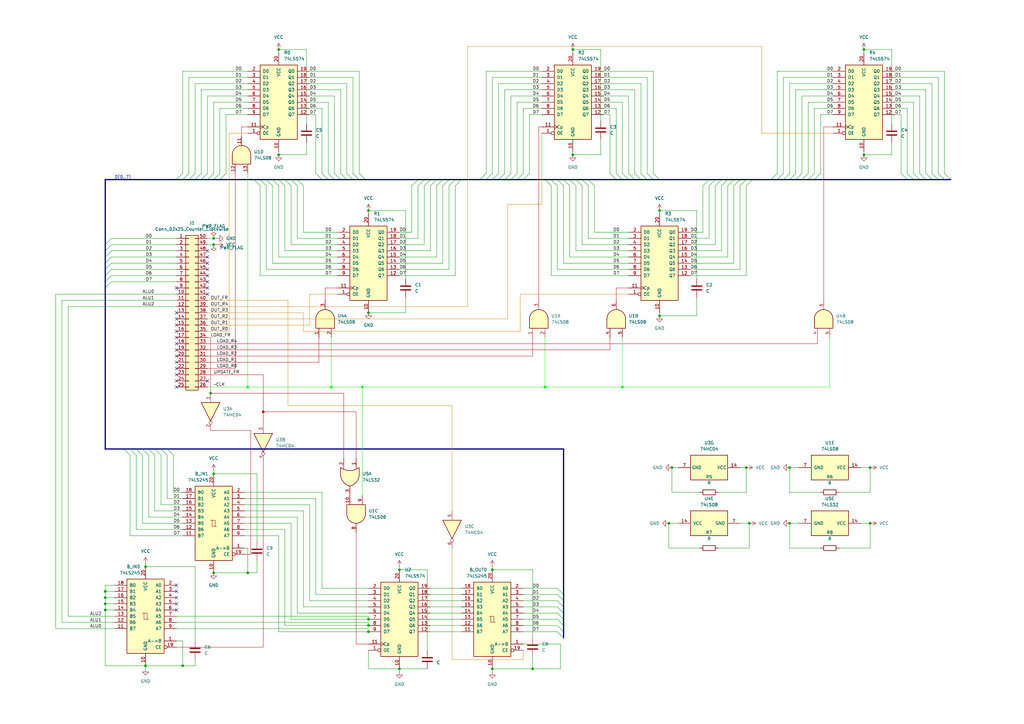
<source format=kicad_sch>
(kicad_sch (version 20250114) (generator "eeschema") (generator_version "9.0")
  (paper "A3")
  (junction (at 275.59 191.77))
  (junction (at 234.95 20.32))
  (junction (at 101.6 234.95))
  (junction (at 59.69 232.41))
  (junction (at 151.13 86.36))
  (junction (at 201.93 274.32))
  (junction (at 151.13 256.54))
  (junction (at 323.85 191.77))
  (junction (at 101.6 158.75) (color 0 255 0 1))
  (junction (at 163.83 233.68))
  (junction (at 151.13 128.27))
  (junction (at 148.59 158.75) (color 0 255 0 1))
  (junction (at 107.95 168.91) (color 194 0 0 1))
  (junction (at 74.93 273.05))
  (junction (at 354.33 63.5))
  (junction (at 218.44 274.32))
  (junction (at 274.32 214.63))
  (junction (at 114.3 20.32))
  (junction (at 86.36 161.29))
  (junction (at 270.51 86.36))
  (junction (at 354.33 20.32))
  (junction (at 151.13 254))
  (junction (at 135.89 158.75) (color 0 255 0 1))
  (junction (at 87.63 97.79))
  (junction (at 307.34 214.63))
  (junction (at 270.51 129.54))
  (junction (at 87.63 100.33))
  (junction (at 87.63 234.95))
  (junction (at 234.95 63.5))
  (junction (at 255.27 158.75) (color 0 255 0 1))
  (junction (at 87.63 194.31))
  (junction (at 59.69 273.05))
  (junction (at 201.93 233.68))
  (junction (at 43.18 245.11))
  (junction (at 151.13 259.08))
  (junction (at 163.83 274.32))
  (junction (at 356.87 191.77))
  (junction (at 43.18 247.65))
  (junction (at 114.3 63.5))
  (junction (at 323.85 214.63))
  (junction (at 223.52 158.75) (color 0 255 0 1))
  (junction (at 43.18 242.57))
  (junction (at 306.07 191.77))
  (junction (at 356.87 214.63))
  (junction (at 43.18 250.19))
  (no_connect (at 85.09 113.03))
  (no_connect (at 72.39 135.89))
  (no_connect (at 72.39 118.11))
  (no_connect (at 72.39 242.57))
  (no_connect (at 85.09 105.41))
  (no_connect (at 85.09 107.95))
  (no_connect (at 72.39 146.05))
  (no_connect (at 72.39 240.03))
  (no_connect (at 72.39 143.51))
  (no_connect (at 72.39 245.11))
  (no_connect (at 72.39 128.27))
  (no_connect (at 72.39 138.43))
  (no_connect (at 85.09 102.87))
  (no_connect (at 72.39 153.67))
  (no_connect (at 85.09 115.57))
  (no_connect (at 72.39 140.97))
  (no_connect (at 85.09 156.21))
  (no_connect (at 85.09 120.65))
  (no_connect (at 72.39 151.13))
  (no_connect (at 72.39 250.19))
  (no_connect (at 72.39 156.21))
  (no_connect (at 72.39 247.65))
  (no_connect (at 85.09 118.11))
  (no_connect (at 72.39 148.59))
  (no_connect (at 72.39 158.75))
  (no_connect (at 72.39 130.81))
  (no_connect (at 85.09 110.49))
  (no_connect (at 72.39 133.35))
  (bus_entry (at 77.47 73.66) (size 2.54 -2.54))
  (bus_entry (at 121.92 73.66) (size 2.54 2.54))
  (bus_entry (at 236.22 73.66) (size 2.54 2.54))
  (bus_entry (at 144.78 71.12) (size 2.54 2.54))
  (bus_entry (at 80.01 73.66) (size 2.54 -2.54))
  (bus_entry (at 214.63 73.66) (size 2.54 -2.54))
  (bus_entry (at 295.91 76.2) (size 2.54 -2.54))
  (bus_entry (at 228.6 243.84) (size 2.54 2.54))
  (bus_entry (at 50.8 184.15) (size 2.54 2.54))
  (bus_entry (at 53.34 184.15) (size 2.54 2.54))
  (bus_entry (at 298.45 76.2) (size 2.54 -2.54))
  (bus_entry (at 147.32 71.12) (size 2.54 2.54))
  (bus_entry (at 43.18 115.57) (size 2.54 -2.54))
  (bus_entry (at 106.68 73.66) (size 2.54 2.54))
  (bus_entry (at 369.57 71.12) (size 2.54 2.54))
  (bus_entry (at 132.08 71.12) (size 2.54 2.54))
  (bus_entry (at 58.42 184.15) (size 2.54 2.54))
  (bus_entry (at 326.39 73.66) (size 2.54 -2.54))
  (bus_entry (at 43.18 118.11) (size 2.54 -2.54))
  (bus_entry (at 119.38 73.66) (size 2.54 2.54))
  (bus_entry (at 43.18 110.49) (size 2.54 -2.54))
  (bus_entry (at 204.47 73.66) (size 2.54 -2.54))
  (bus_entry (at 68.58 184.15) (size 2.54 2.54))
  (bus_entry (at 387.35 71.12) (size 2.54 2.54))
  (bus_entry (at 260.35 71.12) (size 2.54 2.54))
  (bus_entry (at 212.09 73.66) (size 2.54 -2.54))
  (bus_entry (at 209.55 73.66) (size 2.54 -2.54))
  (bus_entry (at 199.39 73.66) (size 2.54 -2.54))
  (bus_entry (at 114.3 73.66) (size 2.54 2.54))
  (bus_entry (at 116.84 73.66) (size 2.54 2.54))
  (bus_entry (at 228.6 241.3) (size 2.54 2.54))
  (bus_entry (at 109.22 73.66) (size 2.54 2.54))
  (bus_entry (at 60.96 184.15) (size 2.54 2.54))
  (bus_entry (at 303.53 76.2) (size 2.54 -2.54))
  (bus_entry (at 171.45 76.2) (size 2.54 -2.54))
  (bus_entry (at 267.97 71.12) (size 2.54 2.54))
  (bus_entry (at 228.6 248.92) (size 2.54 2.54))
  (bus_entry (at 377.19 71.12) (size 2.54 2.54))
  (bus_entry (at 66.04 184.15) (size 2.54 2.54))
  (bus_entry (at 43.18 100.33) (size 2.54 -2.54))
  (bus_entry (at 207.01 73.66) (size 2.54 -2.54))
  (bus_entry (at 74.93 73.66) (size 2.54 -2.54))
  (bus_entry (at 233.68 73.66) (size 2.54 2.54))
  (bus_entry (at 300.99 76.2) (size 2.54 -2.54))
  (bus_entry (at 176.53 76.2) (size 2.54 -2.54))
  (bus_entry (at 181.61 76.2) (size 2.54 -2.54))
  (bus_entry (at 72.39 73.66) (size 2.54 -2.54))
  (bus_entry (at 328.93 73.66) (size 2.54 -2.54))
  (bus_entry (at 111.76 73.66) (size 2.54 2.54))
  (bus_entry (at 231.14 73.66) (size 2.54 2.54))
  (bus_entry (at 255.27 71.12) (size 2.54 2.54))
  (bus_entry (at 293.37 76.2) (size 2.54 -2.54))
  (bus_entry (at 382.27 71.12) (size 2.54 2.54))
  (bus_entry (at 228.6 259.08) (size 2.54 2.54))
  (bus_entry (at 306.07 76.2) (size 2.54 -2.54))
  (bus_entry (at 228.6 254) (size 2.54 2.54))
  (bus_entry (at 201.93 73.66) (size 2.54 -2.54))
  (bus_entry (at 223.52 73.66) (size 2.54 2.54))
  (bus_entry (at 290.83 76.2) (size 2.54 -2.54))
  (bus_entry (at 323.85 73.66) (size 2.54 -2.54))
  (bus_entry (at 142.24 71.12) (size 2.54 2.54))
  (bus_entry (at 228.6 73.66) (size 2.54 2.54))
  (bus_entry (at 316.23 73.66) (size 2.54 -2.54))
  (bus_entry (at 85.09 73.66) (size 2.54 -2.54))
  (bus_entry (at 372.11 71.12) (size 2.54 2.54))
  (bus_entry (at 104.14 73.66) (size 2.54 2.54))
  (bus_entry (at 129.54 71.12) (size 2.54 2.54))
  (bus_entry (at 379.73 71.12) (size 2.54 2.54))
  (bus_entry (at 43.18 105.41) (size 2.54 -2.54))
  (bus_entry (at 87.63 73.66) (size 2.54 -2.54))
  (bus_entry (at 139.7 71.12) (size 2.54 2.54))
  (bus_entry (at 321.31 73.66) (size 2.54 -2.54))
  (bus_entry (at 168.91 76.2) (size 2.54 -2.54))
  (bus_entry (at 241.3 73.66) (size 2.54 2.54))
  (bus_entry (at 82.55 73.66) (size 2.54 -2.54))
  (bus_entry (at 384.81 71.12) (size 2.54 2.54))
  (bus_entry (at 318.77 73.66) (size 2.54 -2.54))
  (bus_entry (at 186.69 76.2) (size 2.54 -2.54))
  (bus_entry (at 228.6 246.38) (size 2.54 2.54))
  (bus_entry (at 226.06 73.66) (size 2.54 2.54))
  (bus_entry (at 374.65 71.12) (size 2.54 2.54))
  (bus_entry (at 257.81 71.12) (size 2.54 2.54))
  (bus_entry (at 331.47 73.66) (size 2.54 -2.54))
  (bus_entry (at 137.16 71.12) (size 2.54 2.54))
  (bus_entry (at 238.76 73.66) (size 2.54 2.54))
  (bus_entry (at 196.85 73.66) (size 2.54 -2.54))
  (bus_entry (at 63.5 184.15) (size 2.54 2.54))
  (bus_entry (at 43.18 107.95) (size 2.54 -2.54))
  (bus_entry (at 228.6 256.54) (size 2.54 2.54))
  (bus_entry (at 43.18 113.03) (size 2.54 -2.54))
  (bus_entry (at 228.6 251.46) (size 2.54 2.54))
  (bus_entry (at 262.89 71.12) (size 2.54 2.54))
  (bus_entry (at 179.07 76.2) (size 2.54 -2.54))
  (bus_entry (at 334.01 73.66) (size 2.54 -2.54))
  (bus_entry (at 250.19 71.12) (size 2.54 2.54))
  (bus_entry (at 173.99 76.2) (size 2.54 -2.54))
  (bus_entry (at 55.88 184.15) (size 2.54 2.54))
  (bus_entry (at 184.15 76.2) (size 2.54 -2.54))
  (bus_entry (at 134.62 71.12) (size 2.54 2.54))
  (bus_entry (at 265.43 71.12) (size 2.54 2.54))
  (bus_entry (at 288.29 76.2) (size 2.54 -2.54))
  (bus_entry (at 43.18 102.87) (size 2.54 -2.54))
  (bus_entry (at 252.73 71.12) (size 2.54 2.54))
  (bus_entry (at 90.17 73.66) (size 2.54 -2.54))
  (wire (pts (xy 87.63 71.12) (xy 87.63 41.91)))
  (wire (pts (xy 275.59 201.93) (xy 287.02 201.93)))
  (wire (pts (xy 365.76 63.5) (xy 354.33 63.5)))
  (wire (pts (xy 151.13 86.36) (xy 166.37 86.36)))
  (wire (pts (xy 255.27 41.91) (xy 255.27 71.12)))
  (bus (pts (xy 114.3 73.66) (xy 116.84 73.66)) (stroke (width 0.508)))
  (wire (pts (xy 306.07 191.77) (xy 306.07 201.93)))
  (wire (pts (xy 328.93 71.12) (xy 328.93 39.37)))
  (wire (pts (xy 86.36 176.53) (xy 102.87 176.53)) (stroke (width 0) (color 194 0 0 1)))
  (wire (pts (xy 300.99 107.95) (xy 283.21 107.95)))
  (wire (pts (xy 274.32 224.79) (xy 287.02 224.79)))
  (bus (pts (xy 80.01 73.66) (xy 82.55 73.66)) (stroke (width 0.508)))
  (wire (pts (xy 303.53 110.49) (xy 283.21 110.49)))
  (bus (pts (xy 316.23 73.66) (xy 318.77 73.66)) (stroke (width 0.508)))
  (wire (pts (xy 236.22 102.87) (xy 257.81 102.87)))
  (wire (pts (xy 72.39 252.73) (xy 151.13 252.73)))
  (wire (pts (xy 46.99 245.11) (xy 43.18 245.11)))
  (bus (pts (xy 196.85 73.66) (xy 199.39 73.66)) (stroke (width 0.508)))
  (bus (pts (xy 201.93 73.66) (xy 199.39 73.66)) (stroke (width 0.508)))
  (wire (pts (xy 85.09 146.05) (xy 218.44 146.05)) (stroke (width 0) (color 194 0 0 1)))
  (wire (pts (xy 127 246.38) (xy 151.13 246.38)))
  (wire (pts (xy 74.93 273.05) (xy 80.01 273.05)))
  (wire (pts (xy 127 39.37) (xy 137.16 39.37)))
  (wire (pts (xy 303.53 76.2) (xy 303.53 110.49)))
  (wire (pts (xy 367.03 36.83) (xy 379.73 36.83)))
  (wire (pts (xy 85.09 138.43) (xy 86.36 138.43)) (stroke (width 0) (color 194 0 0 1)))
  (wire (pts (xy 139.7 36.83) (xy 139.7 71.12)))
  (wire (pts (xy 176.53 259.08) (xy 189.23 259.08)))
  (wire (pts (xy 133.35 118.11) (xy 133.35 123.19)) (stroke (width 0) (color 194 0 0 1)))
  (wire (pts (xy 321.31 31.75) (xy 341.63 31.75)))
  (bus (pts (xy 43.18 184.15) (xy 50.8 184.15)) (stroke (width 0.508)))
  (wire (pts (xy 105.41 222.25) (xy 105.41 194.31)))
  (wire (pts (xy 58.42 214.63) (xy 74.93 214.63)))
  (wire (pts (xy 86.36 161.29) (xy 140.97 161.29)) (stroke (width 0) (color 194 0 0 1)))
  (wire (pts (xy 353.06 191.77) (xy 356.87 191.77)))
  (wire (pts (xy 127 29.21) (xy 147.32 29.21)))
  (wire (pts (xy 90.17 71.12) (xy 90.17 44.45)))
  (wire (pts (xy 252.73 44.45) (xy 252.73 71.12)))
  (bus (pts (xy 43.18 73.66) (xy 72.39 73.66)) (stroke (width 0.508)))
  (wire (pts (xy 163.83 274.32) (xy 175.26 274.32)))
  (wire (pts (xy 222.25 83.82) (xy 222.25 54.61)) (stroke (width 0) (color 221 133 0 1)))
  (wire (pts (xy 63.5 186.69) (xy 63.5 209.55)))
  (wire (pts (xy 66.04 207.01) (xy 74.93 207.01)))
  (wire (pts (xy 168.91 95.25) (xy 163.83 95.25)))
  (wire (pts (xy 278.13 191.77) (xy 275.59 191.77)))
  (wire (pts (xy 288.29 95.25) (xy 283.21 95.25)))
  (wire (pts (xy 85.09 140.97) (xy 335.28 140.97)) (stroke (width 0) (color 194 0 0 1)))
  (bus (pts (xy 201.93 73.66) (xy 204.47 73.66)) (stroke (width 0.508)))
  (wire (pts (xy 252.73 118.11) (xy 252.73 123.19)) (stroke (width 0) (color 194 0 0 1)))
  (wire (pts (xy 119.38 76.2) (xy 119.38 100.33)))
  (wire (pts (xy 148.59 158.75) (xy 223.52 158.75)) (stroke (width 0) (color 0 255 0 1)))
  (bus (pts (xy 300.99 73.66) (xy 303.53 73.66)) (stroke (width 0.508)))
  (wire (pts (xy 119.38 254) (xy 151.13 254)))
  (wire (pts (xy 101.6 71.12) (xy 101.6 158.75)) (stroke (width 0) (color 0 255 0 1)))
  (bus (pts (xy 384.81 73.66) (xy 387.35 73.66)) (stroke (width 0.508)))
  (wire (pts (xy 229.87 274.32) (xy 218.44 274.32)))
  (wire (pts (xy 121.92 251.46) (xy 151.13 251.46)))
  (bus (pts (xy 241.3 73.66) (xy 252.73 73.66)) (stroke (width 0.508)))
  (wire (pts (xy 80.01 273.05) (xy 80.01 270.51)))
  (wire (pts (xy 46.99 247.65) (xy 43.18 247.65)))
  (bus (pts (xy 228.6 73.66) (xy 231.14 73.66)) (stroke (width 0.508)))
  (wire (pts (xy 114.3 62.23) (xy 114.3 63.5)))
  (wire (pts (xy 146.05 218.44) (xy 146.05 264.16)) (stroke (width 0) (color 194 0 0 1)))
  (wire (pts (xy 365.76 20.32) (xy 365.76 50.8)))
  (wire (pts (xy 323.85 201.93) (xy 336.55 201.93)))
  (wire (pts (xy 25.4 123.19) (xy 25.4 255.27)))
  (bus (pts (xy 87.63 73.66) (xy 90.17 73.66)) (stroke (width 0.508)))
  (wire (pts (xy 199.39 29.21) (xy 222.25 29.21)))
  (wire (pts (xy 323.85 224.79) (xy 336.55 224.79)))
  (bus (pts (xy 43.18 100.33) (xy 43.18 102.87)) (stroke (width 0.508)))
  (bus (pts (xy 142.24 73.66) (xy 144.78 73.66)) (stroke (width 0.508)))
  (wire (pts (xy 151.13 274.32) (xy 163.83 274.32)))
  (wire (pts (xy 46.99 240.03) (xy 43.18 240.03)))
  (wire (pts (xy 55.88 217.17) (xy 74.93 217.17)))
  (wire (pts (xy 265.43 31.75) (xy 265.43 71.12)))
  (wire (pts (xy 82.55 36.83) (xy 101.6 36.83)))
  (bus (pts (xy 171.45 73.66) (xy 173.99 73.66)) (stroke (width 0.508)))
  (wire (pts (xy 63.5 209.55) (xy 74.93 209.55)))
  (wire (pts (xy 132.08 44.45) (xy 132.08 71.12)))
  (wire (pts (xy 243.84 95.25) (xy 257.81 95.25)))
  (wire (pts (xy 127 36.83) (xy 139.7 36.83)))
  (wire (pts (xy 374.65 41.91) (xy 374.65 71.12)))
  (wire (pts (xy 105.41 194.31) (xy 87.63 194.31)))
  (wire (pts (xy 129.54 243.84) (xy 151.13 243.84)))
  (bus (pts (xy 326.39 73.66) (xy 328.93 73.66)) (stroke (width 0.508)))
  (bus (pts (xy 231.14 251.46) (xy 231.14 254)) (stroke (width 0.508)))
  (wire (pts (xy 246.38 63.5) (xy 246.38 57.15)))
  (bus (pts (xy 77.47 73.66) (xy 80.01 73.66)) (stroke (width 0.508)))
  (wire (pts (xy 247.65 36.83) (xy 260.35 36.83)))
  (wire (pts (xy 93.98 54.61) (xy 101.6 54.61)) (stroke (width 0) (color 221 133 0 1)))
  (wire (pts (xy 45.72 110.49) (xy 72.39 110.49)))
  (wire (pts (xy 186.69 113.03) (xy 163.83 113.03)))
  (wire (pts (xy 116.84 102.87) (xy 138.43 102.87)))
  (wire (pts (xy 72.39 257.81) (xy 151.13 257.81)))
  (wire (pts (xy 318.77 71.12) (xy 318.77 29.21)))
  (wire (pts (xy 127 34.29) (xy 142.24 34.29)))
  (wire (pts (xy 336.55 46.99) (xy 341.63 46.99)))
  (wire (pts (xy 356.87 224.79) (xy 344.17 224.79)))
  (wire (pts (xy 312.42 19.05) (xy 312.42 54.61)) (stroke (width 0) (color 221 133 0 1)))
  (wire (pts (xy 127 207.01) (xy 127 246.38)))
  (wire (pts (xy 228.6 76.2) (xy 228.6 110.49)))
  (bus (pts (xy 43.18 102.87) (xy 43.18 105.41)) (stroke (width 0.508)))
  (bus (pts (xy 377.19 73.66) (xy 379.73 73.66)) (stroke (width 0.508)))
  (wire (pts (xy 246.38 49.53) (xy 246.38 20.32)))
  (wire (pts (xy 85.09 130.81) (xy 208.28 130.81)) (stroke (width 0) (color 221 133 0 1)))
  (wire (pts (xy 146.05 264.16) (xy 151.13 264.16)) (stroke (width 0) (color 194 0 0 1)))
  (bus (pts (xy 212.09 73.66) (xy 214.63 73.66)) (stroke (width 0.508)))
  (wire (pts (xy 127 44.45) (xy 132.08 44.45)))
  (wire (pts (xy 250.19 143.51) (xy 250.19 138.43)) (stroke (width 0) (color 194 0 0 1)))
  (wire (pts (xy 114.3 20.32) (xy 114.3 21.59)))
  (wire (pts (xy 151.13 266.7) (xy 151.13 274.32)))
  (wire (pts (xy 181.61 107.95) (xy 163.83 107.95)))
  (wire (pts (xy 199.39 71.12) (xy 199.39 29.21)))
  (wire (pts (xy 257.81 118.11) (xy 252.73 118.11)) (stroke (width 0) (color 194 0 0 1)))
  (wire (pts (xy 102.87 176.53) (xy 102.87 227.33)) (stroke (width 0) (color 194 0 0 1)))
  (bus (pts (xy 116.84 73.66) (xy 119.38 73.66)) (stroke (width 0.508)))
  (wire (pts (xy 77.47 31.75) (xy 101.6 31.75)))
  (wire (pts (xy 241.3 76.2) (xy 241.3 97.79)))
  (wire (pts (xy 45.72 97.79) (xy 72.39 97.79)))
  (wire (pts (xy 85.09 39.37) (xy 101.6 39.37)))
  (wire (pts (xy 290.83 76.2) (xy 290.83 97.79)))
  (bus (pts (xy 214.63 73.66) (xy 223.52 73.66)) (stroke (width 0.508)))
  (wire (pts (xy 298.45 105.41) (xy 283.21 105.41)))
  (wire (pts (xy 307.34 224.79) (xy 294.64 224.79)))
  (wire (pts (xy 99.06 52.07) (xy 99.06 55.88)) (stroke (width 0) (color 194 0 0 1)))
  (bus (pts (xy 231.14 243.84) (xy 231.14 246.38)) (stroke (width 0.508)))
  (wire (pts (xy 43.18 273.05) (xy 59.69 273.05)))
  (wire (pts (xy 74.93 71.12) (xy 74.93 29.21)))
  (wire (pts (xy 255.27 158.75) (xy 340.36 158.75)) (stroke (width 0) (color 0 255 0 1)))
  (wire (pts (xy 87.63 97.79) (xy 85.09 97.79)))
  (wire (pts (xy 87.63 100.33) (xy 85.09 100.33)))
  (wire (pts (xy 318.77 29.21) (xy 341.63 29.21)))
  (wire (pts (xy 163.83 232.41) (xy 163.83 233.68)))
  (wire (pts (xy 306.07 113.03) (xy 283.21 113.03)))
  (bus (pts (xy 233.68 73.66) (xy 236.22 73.66)) (stroke (width 0.508)))
  (wire (pts (xy 201.93 274.32) (xy 201.93 275.59)))
  (wire (pts (xy 323.85 71.12) (xy 323.85 34.29)))
  (wire (pts (xy 191.77 19.05) (xy 312.42 19.05)) (stroke (width 0) (color 221 133 0 1)))
  (wire (pts (xy 135.89 158.75) (xy 135.89 138.43)) (stroke (width 0) (color 0 255 0 1)))
  (wire (pts (xy 100.33 209.55) (xy 124.46 209.55)))
  (wire (pts (xy 114.3 259.08) (xy 151.13 259.08)))
  (bus (pts (xy 60.96 184.15) (xy 63.5 184.15)) (stroke (width 0.508)))
  (bus (pts (xy 43.18 118.11) (xy 43.18 184.15)) (stroke (width 0.508)))
  (bus (pts (xy 74.93 73.66) (xy 77.47 73.66)) (stroke (width 0.508)))
  (wire (pts (xy 144.78 31.75) (xy 144.78 71.12)))
  (wire (pts (xy 201.93 232.41) (xy 201.93 233.68)))
  (bus (pts (xy 267.97 73.66) (xy 270.51 73.66)) (stroke (width 0.508)))
  (bus (pts (xy 43.18 110.49) (xy 43.18 113.03)) (stroke (width 0.508)))
  (bus (pts (xy 121.92 73.66) (xy 132.08 73.66)) (stroke (width 0.508)))
  (wire (pts (xy 336.55 71.12) (xy 336.55 46.99)))
  (bus (pts (xy 295.91 73.66) (xy 298.45 73.66)) (stroke (width 0.508)))
  (wire (pts (xy 367.03 31.75) (xy 384.81 31.75)))
  (bus (pts (xy 173.99 73.66) (xy 176.53 73.66)) (stroke (width 0.508)))
  (wire (pts (xy 148.59 158.75) (xy 148.59 203.2)) (stroke (width 0) (color 0 255 0 1)))
  (wire (pts (xy 27.94 252.73) (xy 27.94 125.73)))
  (wire (pts (xy 85.09 151.13) (xy 96.52 151.13)) (stroke (width 0) (color 194 0 0 1)))
  (bus (pts (xy 257.81 73.66) (xy 260.35 73.66)) (stroke (width 0.508)))
  (wire (pts (xy 290.83 97.79) (xy 283.21 97.79)))
  (wire (pts (xy 212.09 41.91) (xy 222.25 41.91)))
  (wire (pts (xy 274.32 214.63) (xy 278.13 214.63)))
  (wire (pts (xy 354.33 62.23) (xy 354.33 63.5)))
  (wire (pts (xy 367.03 44.45) (xy 372.11 44.45)))
  (wire (pts (xy 124.46 128.27) (xy 124.46 135.89)) (stroke (width 0) (color 221 133 0 1)))
  (bus (pts (xy 209.55 73.66) (xy 212.09 73.66)) (stroke (width 0.508)))
  (wire (pts (xy 45.72 102.87) (xy 72.39 102.87)))
  (wire (pts (xy 127 133.35) (xy 127 120.65)) (stroke (width 0) (color 221 133 0 1)))
  (wire (pts (xy 106.68 113.03) (xy 138.43 113.03)))
  (bus (pts (xy 255.27 73.66) (xy 257.81 73.66)) (stroke (width 0.508)))
  (wire (pts (xy 72.39 262.89) (xy 74.93 262.89)))
  (wire (pts (xy 129.54 46.99) (xy 129.54 71.12)))
  (wire (pts (xy 356.87 191.77) (xy 356.87 201.93)))
  (wire (pts (xy 323.85 214.63) (xy 323.85 224.79)))
  (wire (pts (xy 59.69 273.05) (xy 74.93 273.05)))
  (wire (pts (xy 220.98 123.19) (xy 220.98 52.07)) (stroke (width 0) (color 194 0 0 1)))
  (wire (pts (xy 295.91 76.2) (xy 295.91 102.87)))
  (wire (pts (xy 327.66 214.63) (xy 323.85 214.63)))
  (wire (pts (xy 238.76 100.33) (xy 257.81 100.33)))
  (bus (pts (xy 308.61 73.66) (xy 316.23 73.66)) (stroke (width 0.508)))
  (wire (pts (xy 387.35 29.21) (xy 387.35 71.12)))
  (bus (pts (xy 318.77 73.66) (xy 321.31 73.66)) (stroke (width 0.508)))
  (wire (pts (xy 356.87 214.63) (xy 356.87 224.79)))
  (wire (pts (xy 298.45 76.2) (xy 298.45 105.41)))
  (wire (pts (xy 257.81 39.37) (xy 257.81 71.12)))
  (bus (pts (xy 236.22 73.66) (xy 238.76 73.66)) (stroke (width 0.508)))
  (wire (pts (xy 45.72 113.03) (xy 72.39 113.03)))
  (bus (pts (xy 231.14 259.08) (xy 231.14 261.62)) (stroke (width 0.508)))
  (wire (pts (xy 369.57 46.99) (xy 369.57 71.12)))
  (wire (pts (xy 175.26 266.7) (xy 175.26 233.68)))
  (wire (pts (xy 114.3 63.5) (xy 125.73 63.5)))
  (wire (pts (xy 134.62 41.91) (xy 134.62 71.12)))
  (wire (pts (xy 168.91 76.2) (xy 168.91 95.25)))
  (wire (pts (xy 92.71 46.99) (xy 101.6 46.99)))
  (wire (pts (xy 114.3 219.71) (xy 114.3 259.08)))
  (wire (pts (xy 93.98 135.89) (xy 93.98 54.61)) (stroke (width 0) (color 221 133 0 1)))
  (wire (pts (xy 214.63 44.45) (xy 222.25 44.45)))
  (wire (pts (xy 124.46 95.25) (xy 138.43 95.25)))
  (wire (pts (xy 241.3 97.79) (xy 257.81 97.79)))
  (wire (pts (xy 72.39 120.65) (xy 22.86 120.65)))
  (bus (pts (xy 181.61 73.66) (xy 184.15 73.66)) (stroke (width 0.508)))
  (wire (pts (xy 247.65 31.75) (xy 265.43 31.75)))
  (wire (pts (xy 367.03 39.37) (xy 377.19 39.37)))
  (wire (pts (xy 295.91 102.87) (xy 283.21 102.87)))
  (wire (pts (xy 340.36 158.75) (xy 340.36 138.43)) (stroke (width 0) (color 0 255 0 1)))
  (wire (pts (xy 226.06 113.03) (xy 257.81 113.03)))
  (wire (pts (xy 382.27 34.29) (xy 382.27 71.12)))
  (bus (pts (xy 50.8 184.15) (xy 53.34 184.15)) (stroke (width 0.508)))
  (bus (pts (xy 231.14 246.38) (xy 231.14 248.92)) (stroke (width 0.508)))
  (wire (pts (xy 151.13 128.27) (xy 151.13 129.54)))
  (wire (pts (xy 43.18 250.19) (xy 43.18 273.05)))
  (wire (pts (xy 88.9 97.79) (xy 87.63 97.79)))
  (wire (pts (xy 85.09 148.59) (xy 130.81 148.59)) (stroke (width 0) (color 194 0 0 1)))
  (bus (pts (xy 265.43 73.66) (xy 267.97 73.66)) (stroke (width 0.508)))
  (wire (pts (xy 68.58 186.69) (xy 68.58 204.47)))
  (wire (pts (xy 353.06 214.63) (xy 356.87 214.63)))
  (wire (pts (xy 111.76 107.95) (xy 138.43 107.95)))
  (wire (pts (xy 151.13 257.81) (xy 151.13 259.08)))
  (wire (pts (xy 96.52 151.13) (xy 96.52 71.12)) (stroke (width 0) (color 194 0 0 1)))
  (wire (pts (xy 135.89 158.75) (xy 148.59 158.75)) (stroke (width 0) (color 0 255 0 1)))
  (wire (pts (xy 74.93 29.21) (xy 101.6 29.21)))
  (wire (pts (xy 125.73 20.32) (xy 114.3 20.32)))
  (wire (pts (xy 255.27 158.75) (xy 255.27 138.43)) (stroke (width 0) (color 0 255 0 1)))
  (wire (pts (xy 247.65 34.29) (xy 262.89 34.29)))
  (wire (pts (xy 220.98 52.07) (xy 222.25 52.07)) (stroke (width 0) (color 194 0 0 1)))
  (wire (pts (xy 119.38 100.33) (xy 138.43 100.33)))
  (bus (pts (xy 43.18 105.41) (xy 43.18 107.95)) (stroke (width 0.508)))
  (wire (pts (xy 367.03 34.29) (xy 382.27 34.29)))
  (wire (pts (xy 140.97 161.29) (xy 140.97 187.96)) (stroke (width 0) (color 194 0 0 1)))
  (wire (pts (xy 238.76 76.2) (xy 238.76 100.33)))
  (bus (pts (xy 137.16 73.66) (xy 139.7 73.66)) (stroke (width 0.508)))
  (wire (pts (xy 226.06 76.2) (xy 226.06 113.03)))
  (wire (pts (xy 334.01 44.45) (xy 341.63 44.45)))
  (wire (pts (xy 247.65 41.91) (xy 255.27 41.91)))
  (wire (pts (xy 214.63 246.38) (xy 228.6 246.38)))
  (wire (pts (xy 92.71 71.12) (xy 92.71 46.99)))
  (wire (pts (xy 176.53 76.2) (xy 176.53 102.87)))
  (wire (pts (xy 85.09 143.51) (xy 250.19 143.51)) (stroke (width 0) (color 194 0 0 1)))
  (wire (pts (xy 107.95 173.99) (xy 107.95 168.91)) (stroke (width 0) (color 194 0 0 1)))
  (wire (pts (xy 285.75 129.54) (xy 285.75 121.92)))
  (wire (pts (xy 233.68 105.41) (xy 257.81 105.41)))
  (wire (pts (xy 367.03 29.21) (xy 387.35 29.21)))
  (bus (pts (xy 270.51 73.66) (xy 290.83 73.66)) (stroke (width 0.508)))
  (bus (pts (xy 189.23 73.66) (xy 196.85 73.66)) (stroke (width 0.508)))
  (wire (pts (xy 43.18 240.03) (xy 43.18 242.57)))
  (wire (pts (xy 102.87 227.33) (xy 100.33 227.33)) (stroke (width 0) (color 194 0 0 1)))
  (wire (pts (xy 85.09 128.27) (xy 124.46 128.27)) (stroke (width 0) (color 221 133 0 1)))
  (wire (pts (xy 124.46 76.2) (xy 124.46 95.25)))
  (bus (pts (xy 119.38 73.66) (xy 121.92 73.66)) (stroke (width 0.508)))
  (wire (pts (xy 22.86 120.65) (xy 22.86 257.81)))
  (wire (pts (xy 142.24 34.29) (xy 142.24 71.12)))
  (bus (pts (xy 43.18 73.66) (xy 43.18 100.33)) (stroke (width 0.508)))
  (wire (pts (xy 100.33 217.17) (xy 116.84 217.17)))
  (wire (pts (xy 331.47 41.91) (xy 341.63 41.91)))
  (wire (pts (xy 209.55 71.12) (xy 209.55 39.37)))
  (wire (pts (xy 176.53 246.38) (xy 189.23 246.38)))
  (bus (pts (xy 226.06 73.66) (xy 228.6 73.66)) (stroke (width 0.508)))
  (bus (pts (xy 53.34 184.15) (xy 55.88 184.15)) (stroke (width 0.508)))
  (wire (pts (xy 171.45 76.2) (xy 171.45 97.79)))
  (wire (pts (xy 68.58 204.47) (xy 74.93 204.47)))
  (wire (pts (xy 124.46 135.89) (xy 213.36 135.89)) (stroke (width 0) (color 221 133 0 1)))
  (wire (pts (xy 379.73 36.83) (xy 379.73 71.12)))
  (wire (pts (xy 71.12 186.69) (xy 71.12 201.93)))
  (wire (pts (xy 176.53 241.3) (xy 189.23 241.3)))
  (wire (pts (xy 88.9 100.33) (xy 87.63 100.33)))
  (wire (pts (xy 116.84 76.2) (xy 116.84 102.87)))
  (wire (pts (xy 53.34 219.71) (xy 74.93 219.71)))
  (wire (pts (xy 213.36 135.89) (xy 213.36 120.65)) (stroke (width 0) (color 221 133 0 1)))
  (bus (pts (xy 226.06 73.66) (xy 223.52 73.66)) (stroke (width 0.508)))
  (wire (pts (xy 218.44 146.05) (xy 218.44 138.43)) (stroke (width 0) (color 194 0 0 1)))
  (wire (pts (xy 171.45 97.79) (xy 163.83 97.79)))
  (wire (pts (xy 101.6 224.79) (xy 101.6 234.95)))
  (wire (pts (xy 214.63 71.12) (xy 214.63 44.45)))
  (wire (pts (xy 43.18 245.11) (xy 43.18 247.65)))
  (bus (pts (xy 204.47 73.66) (xy 207.01 73.66)) (stroke (width 0.508)))
  (wire (pts (xy 85.09 133.35) (xy 127 133.35)) (stroke (width 0) (color 221 133 0 1)))
  (wire (pts (xy 214.63 264.16) (xy 229.87 264.16)))
  (wire (pts (xy 166.37 121.92) (xy 166.37 128.27)))
  (wire (pts (xy 212.09 71.12) (xy 212.09 41.91)))
  (bus (pts (xy 139.7 73.66) (xy 142.24 73.66)) (stroke (width 0.508)))
  (wire (pts (xy 326.39 36.83) (xy 341.63 36.83)))
  (wire (pts (xy 186.69 76.2) (xy 186.69 113.03)))
  (wire (pts (xy 72.39 123.19) (xy 25.4 123.19)))
  (wire (pts (xy 107.95 265.43) (xy 72.39 265.43)) (stroke (width 0) (color 194 0 0 1)))
  (wire (pts (xy 270.51 86.36) (xy 270.51 87.63)))
  (bus (pts (xy 82.55 73.66) (xy 85.09 73.66)) (stroke (width 0.508)))
  (bus (pts (xy 43.18 107.95) (xy 43.18 110.49)) (stroke (width 0.508)))
  (wire (pts (xy 184.15 110.49) (xy 163.83 110.49)))
  (wire (pts (xy 46.99 242.57) (xy 43.18 242.57)))
  (wire (pts (xy 59.69 231.14) (xy 59.69 232.41)))
  (wire (pts (xy 58.42 186.69) (xy 58.42 214.63)))
  (bus (pts (xy 72.39 73.66) (xy 74.93 73.66)) (stroke (width 0.508)))
  (wire (pts (xy 321.31 71.12) (xy 321.31 31.75)))
  (wire (pts (xy 55.88 186.69) (xy 55.88 217.17)))
  (wire (pts (xy 354.33 20.32) (xy 354.33 21.59)))
  (bus (pts (xy 43.18 113.03) (xy 43.18 115.57)) (stroke (width 0.508)))
  (wire (pts (xy 80.01 262.89) (xy 80.01 232.41)))
  (wire (pts (xy 377.19 39.37) (xy 377.19 71.12)))
  (wire (pts (xy 175.26 233.68) (xy 163.83 233.68)))
  (wire (pts (xy 176.53 251.46) (xy 189.23 251.46)))
  (wire (pts (xy 243.84 76.2) (xy 243.84 95.25)))
  (bus (pts (xy 186.69 73.66) (xy 189.23 73.66)) (stroke (width 0.508)))
  (wire (pts (xy 124.46 209.55) (xy 124.46 248.92)))
  (bus (pts (xy 55.88 184.15) (xy 58.42 184.15)) (stroke (width 0.508)))
  (bus (pts (xy 265.43 73.66) (xy 262.89 73.66)) (stroke (width 0.508)))
  (wire (pts (xy 99.06 52.07) (xy 101.6 52.07)) (stroke (width 0) (color 194 0 0 1)))
  (wire (pts (xy 100.33 224.79) (xy 101.6 224.79)))
  (wire (pts (xy 384.81 31.75) (xy 384.81 71.12)))
  (wire (pts (xy 201.93 274.32) (xy 218.44 274.32)))
  (wire (pts (xy 217.17 71.12) (xy 217.17 46.99)))
  (wire (pts (xy 260.35 36.83) (xy 260.35 71.12)))
  (wire (pts (xy 121.92 97.79) (xy 138.43 97.79)))
  (wire (pts (xy 45.72 107.95) (xy 72.39 107.95)))
  (wire (pts (xy 85.09 158.75) (xy 101.6 158.75)) (stroke (width 0) (color 0 255 0 1)))
  (bus (pts (xy 334.01 73.66) (xy 372.11 73.66)) (stroke (width 0.508)))
  (wire (pts (xy 293.37 100.33) (xy 283.21 100.33)))
  (wire (pts (xy 151.13 86.36) (xy 151.13 87.63)))
  (wire (pts (xy 179.07 76.2) (xy 179.07 105.41)))
  (wire (pts (xy 306.07 201.93) (xy 294.64 201.93)))
  (wire (pts (xy 214.63 270.51) (xy 214.63 266.7)) (stroke (width 0) (color 221 133 0 1)))
  (bus (pts (xy 374.65 73.66) (xy 377.19 73.66)) (stroke (width 0.508)))
  (wire (pts (xy 208.28 83.82) (xy 222.25 83.82)) (stroke (width 0) (color 221 133 0 1)))
  (bus (pts (xy 379.73 73.66) (xy 382.27 73.66)) (stroke (width 0.508)))
  (wire (pts (xy 85.09 135.89) (xy 93.98 135.89)) (stroke (width 0) (color 221 133 0 1)))
  (wire (pts (xy 214.63 259.08) (xy 228.6 259.08)))
  (wire (pts (xy 85.09 71.12) (xy 85.09 39.37)))
  (wire (pts (xy 130.81 148.59) (xy 130.81 138.43)) (stroke (width 0) (color 194 0 0 1)))
  (wire (pts (xy 124.46 248.92) (xy 151.13 248.92)))
  (wire (pts (xy 138.43 118.11) (xy 133.35 118.11)) (stroke (width 0) (color 194 0 0 1)))
  (wire (pts (xy 217.17 46.99) (xy 222.25 46.99)))
  (bus (pts (xy 132.08 73.66) (xy 134.62 73.66)) (stroke (width 0.508)))
  (bus (pts (xy 179.07 73.66) (xy 181.61 73.66)) (stroke (width 0.508)))
  (wire (pts (xy 246.38 20.32) (xy 234.95 20.32)))
  (wire (pts (xy 71.12 201.93) (xy 74.93 201.93)))
  (wire (pts (xy 337.82 52.07) (xy 337.82 123.19)) (stroke (width 0) (color 194 0 0 1)))
  (bus (pts (xy 66.04 184.15) (xy 68.58 184.15)) (stroke (width 0.508)))
  (wire (pts (xy 331.47 71.12) (xy 331.47 41.91)))
  (wire (pts (xy 151.13 128.27) (xy 166.37 128.27)))
  (wire (pts (xy 87.63 234.95) (xy 101.6 234.95)))
  (bus (pts (xy 382.27 73.66) (xy 384.81 73.66)) (stroke (width 0.508)))
  (wire (pts (xy 116.84 217.17) (xy 116.84 256.54)))
  (wire (pts (xy 105.41 234.95) (xy 105.41 229.87)))
  (wire (pts (xy 107.95 189.23) (xy 107.95 265.43)) (stroke (width 0) (color 194 0 0 1)))
  (wire (pts (xy 214.63 243.84) (xy 228.6 243.84)))
  (wire (pts (xy 288.29 76.2) (xy 288.29 95.25)))
  (wire (pts (xy 267.97 29.21) (xy 267.97 71.12)))
  (wire (pts (xy 207.01 36.83) (xy 222.25 36.83)))
  (wire (pts (xy 100.33 207.01) (xy 127 207.01)))
  (wire (pts (xy 127 31.75) (xy 144.78 31.75)))
  (wire (pts (xy 119.38 214.63) (xy 119.38 254)))
  (wire (pts (xy 223.52 158.75) (xy 255.27 158.75)) (stroke (width 0) (color 0 255 0 1)))
  (wire (pts (xy 234.95 63.5) (xy 246.38 63.5)))
  (wire (pts (xy 275.59 191.77) (xy 275.59 201.93)))
  (wire (pts (xy 121.92 212.09) (xy 121.92 251.46)))
  (wire (pts (xy 303.53 214.63) (xy 307.34 214.63)))
  (wire (pts (xy 90.17 44.45) (xy 101.6 44.45)))
  (wire (pts (xy 307.34 214.63) (xy 307.34 224.79)))
  (wire (pts (xy 327.66 191.77) (xy 323.85 191.77)))
  (wire (pts (xy 334.01 71.12) (xy 334.01 44.45)))
  (wire (pts (xy 114.3 76.2) (xy 114.3 105.41)))
  (wire (pts (xy 173.99 76.2) (xy 173.99 100.33)))
  (wire (pts (xy 201.93 31.75) (xy 222.25 31.75)))
  (wire (pts (xy 213.36 120.65) (xy 257.81 120.65)) (stroke (width 0) (color 221 133 0 1)))
  (bus (pts (xy 90.17 73.66) (xy 104.14 73.66)) (stroke (width 0.508)))
  (bus (pts (xy 306.07 73.66) (xy 308.61 73.66)) (stroke (width 0.508)))
  (wire (pts (xy 118.11 166.37) (xy 185.42 166.37)) (stroke (width 0) (color 221 133 0 1)))
  (wire (pts (xy 274.32 214.63) (xy 274.32 224.79)))
  (wire (pts (xy 270.51 129.54) (xy 285.75 129.54)))
  (wire (pts (xy 163.83 274.32) (xy 163.83 275.59)))
  (bus (pts (xy 387.35 73.66) (xy 389.89 73.66)) (stroke (width 0.508)))
  (wire (pts (xy 270.51 128.27) (xy 270.51 129.54)))
  (wire (pts (xy 285.75 86.36) (xy 285.75 114.3)))
  (wire (pts (xy 74.93 262.89) (xy 74.93 273.05)))
  (wire (pts (xy 87.63 193.04) (xy 87.63 194.31)))
  (wire (pts (xy 100.33 204.47) (xy 129.54 204.47)))
  (wire (pts (xy 100.33 212.09) (xy 121.92 212.09)))
  (wire (pts (xy 60.96 212.09) (xy 74.93 212.09)))
  (wire (pts (xy 176.53 248.92) (xy 189.23 248.92)))
  (wire (pts (xy 228.6 110.49) (xy 257.81 110.49)))
  (wire (pts (xy 137.16 39.37) (xy 137.16 71.12)))
  (wire (pts (xy 77.47 71.12) (xy 77.47 31.75)))
  (wire (pts (xy 328.93 39.37) (xy 341.63 39.37)))
  (wire (pts (xy 106.68 76.2) (xy 106.68 113.03)))
  (wire (pts (xy 118.11 123.19) (xy 118.11 166.37)) (stroke (width 0) (color 221 133 0 1)))
  (wire (pts (xy 367.03 41.91) (xy 374.65 41.91)))
  (bus (pts (xy 293.37 73.66) (xy 295.91 73.66)) (stroke (width 0.508)))
  (wire (pts (xy 247.65 46.99) (xy 250.19 46.99)))
  (wire (pts (xy 372.11 44.45) (xy 372.11 71.12)))
  (wire (pts (xy 125.73 50.8) (xy 125.73 20.32)))
  (wire (pts (xy 312.42 54.61) (xy 341.63 54.61)) (stroke (width 0) (color 221 133 0 1)))
  (bus (pts (xy 321.31 73.66) (xy 323.85 73.66)) (stroke (width 0.508)))
  (wire (pts (xy 306.07 76.2) (xy 306.07 113.03)))
  (wire (pts (xy 185.42 270.51) (xy 214.63 270.51)) (stroke (width 0) (color 221 133 0 1)))
  (wire (pts (xy 218.44 233.68) (xy 201.93 233.68)))
  (bus (pts (xy 63.5 184.15) (xy 66.04 184.15)) (stroke (width 0.508)))
  (wire (pts (xy 101.6 234.95) (xy 105.41 234.95)))
  (bus (pts (xy 207.01 73.66) (xy 209.55 73.66)) (stroke (width 0.508)))
  (wire (pts (xy 223.52 158.75) (xy 223.52 138.43)) (stroke (width 0) (color 0 255 0 1)))
  (wire (pts (xy 80.01 232.41) (xy 59.69 232.41)))
  (wire (pts (xy 207.01 71.12) (xy 207.01 36.83)))
  (wire (pts (xy 114.3 105.41) (xy 138.43 105.41)))
  (wire (pts (xy 80.01 34.29) (xy 101.6 34.29)))
  (wire (pts (xy 341.63 52.07) (xy 337.82 52.07)) (stroke (width 0) (color 194 0 0 1)))
  (wire (pts (xy 367.03 46.99) (xy 369.57 46.99)))
  (wire (pts (xy 45.72 115.57) (xy 72.39 115.57)))
  (wire (pts (xy 27.94 125.73) (xy 72.39 125.73)))
  (wire (pts (xy 214.63 251.46) (xy 228.6 251.46)))
  (bus (pts (xy 109.22 73.66) (xy 111.76 73.66)) (stroke (width 0.508)))
  (wire (pts (xy 127 46.99) (xy 129.54 46.99)))
  (bus (pts (xy 303.53 73.66) (xy 306.07 73.66)) (stroke (width 0.508)))
  (wire (pts (xy 204.47 34.29) (xy 222.25 34.29)))
  (bus (pts (xy 331.47 73.66) (xy 334.01 73.66)) (stroke (width 0.508)))
  (bus (pts (xy 231.14 256.54) (xy 231.14 259.08)) (stroke (width 0.508)))
  (wire (pts (xy 146.05 168.91) (xy 146.05 187.96)) (stroke (width 0) (color 194 0 0 1)))
  (bus (pts (xy 241.3 73.66) (xy 238.76 73.66)) (stroke (width 0.508)))
  (wire (pts (xy 234.95 20.32) (xy 234.95 21.59)))
  (wire (pts (xy 218.44 274.32) (xy 218.44 269.24)))
  (wire (pts (xy 166.37 86.36) (xy 166.37 114.3)))
  (wire (pts (xy 323.85 191.77) (xy 323.85 201.93)))
  (wire (pts (xy 365.76 58.42) (xy 365.76 63.5)))
  (wire (pts (xy 85.09 125.73) (xy 191.77 125.73)) (stroke (width 0) (color 221 133 0 1)))
  (wire (pts (xy 101.6 158.75) (xy 135.89 158.75)) (stroke (width 0) (color 0 255 0 1)))
  (wire (pts (xy 100.33 201.93) (xy 132.08 201.93)))
  (wire (pts (xy 191.77 125.73) (xy 191.77 19.05)) (stroke (width 0) (color 221 133 0 1)))
  (bus (pts (xy 290.83 73.66) (xy 293.37 73.66)) (stroke (width 0.508)))
  (wire (pts (xy 293.37 76.2) (xy 293.37 100.33)))
  (wire (pts (xy 270.51 86.36) (xy 285.75 86.36)))
  (bus (pts (xy 144.78 73.66) (xy 147.32 73.66)) (stroke (width 0.508)))
  (wire (pts (xy 127 120.65) (xy 138.43 120.65)) (stroke (width 0) (color 221 133 0 1)))
  (wire (pts (xy 151.13 252.73) (xy 151.13 254)))
  (wire (pts (xy 45.72 100.33) (xy 72.39 100.33)))
  (wire (pts (xy 72.39 255.27) (xy 151.13 255.27)))
  (wire (pts (xy 247.65 39.37) (xy 257.81 39.37)))
  (wire (pts (xy 356.87 201.93) (xy 344.17 201.93)))
  (wire (pts (xy 231.14 76.2) (xy 231.14 107.95)))
  (wire (pts (xy 250.19 46.99) (xy 250.19 71.12)))
  (bus (pts (xy 104.14 73.66) (xy 106.68 73.66)) (stroke (width 0.508)))
  (wire (pts (xy 87.63 41.91) (xy 101.6 41.91)))
  (bus (pts (xy 85.09 73.66) (xy 87.63 73.66)) (stroke (width 0.508)))
  (wire (pts (xy 303.53 191.77) (xy 306.07 191.77)))
  (bus (pts (xy 231.14 73.66) (xy 233.68 73.66)) (stroke (width 0.508)))
  (wire (pts (xy 214.63 254) (xy 228.6 254)))
  (bus (pts (xy 184.15 73.66) (xy 186.69 73.66)) (stroke (width 0.508)))
  (wire (pts (xy 25.4 255.27) (xy 46.99 255.27)))
  (wire (pts (xy 209.55 39.37) (xy 222.25 39.37)))
  (bus (pts (xy 323.85 73.66) (xy 326.39 73.66)) (stroke (width 0.508)))
  (wire (pts (xy 234.95 62.23) (xy 234.95 63.5)))
  (bus (pts (xy 111.76 73.66) (xy 114.3 73.66)) (stroke (width 0.508)))
  (wire (pts (xy 132.08 241.3) (xy 151.13 241.3)))
  (bus (pts (xy 176.53 73.66) (xy 179.07 73.66)) (stroke (width 0.508)))
  (bus (pts (xy 231.14 248.92) (xy 231.14 251.46)) (stroke (width 0.508)))
  (wire (pts (xy 59.69 273.05) (xy 59.69 274.32)))
  (wire (pts (xy 22.86 257.81) (xy 46.99 257.81)))
  (wire (pts (xy 43.18 242.57) (xy 43.18 245.11)))
  (wire (pts (xy 335.28 140.97) (xy 335.28 138.43)) (stroke (width 0) (color 194 0 0 1)))
  (wire (pts (xy 46.99 250.19) (xy 43.18 250.19)))
  (wire (pts (xy 176.53 256.54) (xy 189.23 256.54)))
  (bus (pts (xy 68.58 184.15) (xy 231.14 184.15)) (stroke (width 0.508)))
  (wire (pts (xy 129.54 204.47) (xy 129.54 243.84)))
  (wire (pts (xy 85.09 153.67) (xy 107.95 153.67)) (stroke (width 0) (color 194 0 0 1)))
  (wire (pts (xy 116.84 256.54) (xy 151.13 256.54)))
  (bus (pts (xy 58.42 184.15) (xy 60.96 184.15)) (stroke (width 0.508)))
  (bus (pts (xy 43.18 115.57) (xy 43.18 118.11)) (stroke (width 0.508)))
  (wire (pts (xy 132.08 201.93) (xy 132.08 241.3)))
  (wire (pts (xy 181.61 76.2) (xy 181.61 107.95)))
  (wire (pts (xy 179.07 105.41) (xy 163.83 105.41)))
  (wire (pts (xy 121.92 76.2) (xy 121.92 97.79)))
  (wire (pts (xy 185.42 224.79) (xy 185.42 270.51)) (stroke (width 0) (color 221 133 0 1)))
  (wire (pts (xy 46.99 252.73) (xy 27.94 252.73)))
  (wire (pts (xy 100.33 214.63) (xy 119.38 214.63)))
  (wire (pts (xy 109.22 76.2) (xy 109.22 110.49)))
  (wire (pts (xy 107.95 153.67) (xy 107.95 168.91)) (stroke (width 0) (color 194 0 0 1)))
  (bus (pts (xy 328.93 73.66) (xy 331.47 73.66)) (stroke (width 0.508)))
  (wire (pts (xy 147.32 29.21) (xy 147.32 71.12)))
  (wire (pts (xy 80.01 71.12) (xy 80.01 34.29)))
  (wire (pts (xy 109.22 110.49) (xy 138.43 110.49)))
  (wire (pts (xy 354.33 20.32) (xy 365.76 20.32)))
  (wire (pts (xy 214.63 248.92) (xy 228.6 248.92)))
  (wire (pts (xy 218.44 233.68) (xy 218.44 261.62)))
  (wire (pts (xy 125.73 63.5) (xy 125.73 58.42)))
  (wire (pts (xy 176.53 243.84) (xy 189.23 243.84)))
  (wire (pts (xy 229.87 264.16) (xy 229.87 274.32)))
  (bus (pts (xy 134.62 73.66) (xy 137.16 73.66)) (stroke (width 0.508)))
  (wire (pts (xy 236.22 76.2) (xy 236.22 102.87)))
  (bus (pts (xy 252.73 73.66) (xy 255.27 73.66)) (stroke (width 0.508)))
  (wire (pts (xy 247.65 44.45) (xy 252.73 44.45)))
  (wire (pts (xy 86.36 138.43) (xy 86.36 161.29)) (stroke (width 0) (color 194 0 0 1)))
  (wire (pts (xy 43.18 247.65) (xy 43.18 250.19)))
  (wire (pts (xy 111.76 76.2) (xy 111.76 107.95)))
  (bus (pts (xy 106.68 73.66) (xy 109.22 73.66)) (stroke (width 0.508)))
  (wire (pts (xy 231.14 107.95) (xy 257.81 107.95)))
  (wire (pts (xy 300.99 76.2) (xy 300.99 107.95)))
  (bus (pts (xy 260.35 73.66) (xy 262.89 73.66)) (stroke (width 0.508)))
  (wire (pts (xy 233.68 76.2) (xy 233.68 105.41)))
  (bus (pts (xy 231.14 254) (xy 231.14 256.54)) (stroke (width 0.508)))
  (bus (pts (xy 231.14 184.15) (xy 231.14 243.84)) (stroke (width 0.508)))
  (wire (pts (xy 208.28 130.81) (xy 208.28 83.82)) (stroke (width 0) (color 221 133 0 1)))
  (bus (pts (xy 149.86 73.66) (xy 171.45 73.66)) (stroke (width 0.508)))
  (bus (pts (xy 147.32 73.66) (xy 149.86 73.66)) (stroke (width 0.508)))
  (wire (pts (xy 326.39 71.12) (xy 326.39 36.83)))
  (wire (pts (xy 176.53 254) (xy 189.23 254)))
  (bus (pts (xy 372.11 73.66) (xy 374.65 73.66)) (stroke (width 0.508)))
  (wire (pts (xy 173.99 100.33) (xy 163.83 100.33)))
  (wire (pts (xy 247.65 29.21) (xy 267.97 29.21)))
  (wire (pts (xy 262.89 34.29) (xy 262.89 71.12)))
  (wire (pts (xy 204.47 71.12) (xy 204.47 34.29)))
  (wire (pts (xy 151.13 255.27) (xy 151.13 256.54)))
  (wire (pts (xy 185.42 166.37) (xy 185.42 209.55)) (stroke (width 0) (color 221 133 0 1)))
  (wire (pts (xy 53.34 186.69) (xy 53.34 219.71)))
  (wire (pts (xy 45.72 105.41) (xy 72.39 105.41)))
  (wire (pts (xy 127 41.91) (xy 134.62 41.91)))
  (wire (pts (xy 214.63 241.3) (xy 228.6 241.3)))
  (wire (pts (xy 184.15 76.2) (xy 184.15 110.49)))
  (wire (pts (xy 214.63 256.54) (xy 228.6 256.54)))
  (bus (pts (xy 298.45 73.66) (xy 300.99 73.66)) (stroke (width 0.508)))
  (wire (pts (xy 60.96 186.69) (xy 60.96 212.09)))
  (wire (pts (xy 201.93 71.12) (xy 201.93 31.75)))
  (wire (pts (xy 85.09 123.19) (xy 118.11 123.19)) (stroke (width 0) (color 221 133 0 1)))
  (wire (pts (xy 100.33 219.71) (xy 114.3 219.71)))
  (wire (pts (xy 66.04 186.69) (xy 66.04 207.01)))
  (wire (pts (xy 107.95 168.91) (xy 146.05 168.91)) (stroke (width 0) (color 194 0 0 1)))
  (wire (pts (xy 176.53 102.87) (xy 163.83 102.87)))
  (wire (pts (xy 323.85 34.29) (xy 341.63 34.29)))
  (wire (pts (xy 82.55 71.12) (xy 82.55 36.83)))
  (label "D7" (at 127 46.99 0))
  (label "D5" (at 133.35 107.95 0))
  (label "D5" (at 59.69 110.49 0))
  (label "D0" (at 251.46 95.25 0))
  (label "OUT_R2" (at 86.36 130.81 0))
  (label "D3" (at 218.44 248.92 0))
  (label "D2" (at 133.35 100.33 0))
  (label "D1" (at 71.12 204.47 0))
  (label "D0" (at 283.21 95.25 0))
  (label "D3" (at 96.52 36.83 0))
  (label "D5" (at 218.44 254 0))
  (label "D0" (at 163.83 95.25 0))
  (label "D7" (at 339.09 46.99 0))
  (label "D5" (at 283.21 107.95 0))
  (label "D2" (at 163.83 100.33 0))
  (label "D4" (at 251.46 105.41 0))
  (label "D3" (at 251.46 102.87 0))
  (label "D1" (at 339.09 31.75 0))
  (label "D5" (at 127 41.91 0))
  (label "D7" (at 251.46 113.03 0))
  (label "D4" (at 367.03 39.37 0))
  (label "D1" (at 247.65 31.75 0))
  (label "D7" (at 367.03 46.99 0))
  (label "LOAD_R2" (at 88.9 146.05 0))
  (label "D1" (at 133.35 97.79 0))
  (label "D3" (at 59.69 105.41 0))
  (label "D2" (at 247.65 34.29 0))
  (label "ALU0" (at 58.42 120.65 0))
  (label "D5" (at 96.52 41.91 0))
  (label "D2" (at 71.12 207.01 0))
  (label "D6" (at 218.44 256.54 0))
  (label "D6" (at 251.46 110.49 0))
  (label "OUT_FR" (at 86.36 123.19 0))
  (label "D7" (at 163.83 113.03 0))
  (label "D1" (at 59.69 100.33 0))
  (label "D6" (at 127 44.45 0))
  (label "D3" (at 163.83 102.87 0))
  (label "D5" (at 367.03 41.91 0))
  (label "D4" (at 283.21 105.41 0))
  (label "D2" (at 251.46 100.33 0))
  (label "D0" (at 218.44 29.21 0))
  (label "D6" (at 71.12 217.17 0))
  (label "D5" (at 251.46 107.95 0))
  (label "D0" (at 96.52 29.21 0))
  (label "D2" (at 59.69 102.87 0))
  (label "D7" (at 96.52 46.99 0))
  (label "D1" (at 218.44 243.84 0))
  (label "D6" (at 96.52 44.45 0))
  (label "D6" (at 163.83 110.49 0))
  (label "D2" (at 339.09 34.29 0))
  (label "D3" (at 339.09 36.83 0))
  (label "OUT_R0" (at 86.36 135.89 0))
  (label "D1" (at 367.03 31.75 0))
  (label "D4" (at 133.35 105.41 0))
  (label "D4" (at 163.83 105.41 0))
  (label "D1" (at 96.52 31.75 0))
  (label "D0" (at 71.12 201.93 0))
  (label "LOAD_R0" (at 88.9 151.13 0))
  (label "D3" (at 133.35 102.87 0))
  (label "D2" (at 96.52 34.29 0))
  (label "D6" (at 339.09 44.45 0))
  (label "D7" (at 59.69 115.57 0))
  (label "D2" (at 127 34.29 0))
  (label "D0" (at 247.65 29.21 0))
  (label "D5" (at 71.12 214.63 0))
  (label "D6" (at 247.65 44.45 0))
  (label "D0" (at 367.03 29.21 0))
  (label "ALU2" (at 36.83 252.73 0))
  (label "D4" (at 96.52 39.37 0))
  (label "D4" (at 247.65 39.37 0))
  (label "D3" (at 127 36.83 0))
  (label "D5" (at 247.65 41.91 0))
  (label "D0" (at 127 29.21 0))
  (label "D1" (at 127 31.75 0))
  (label "D6" (at 59.69 113.03 0))
  (label "D6" (at 367.03 44.45 0))
  (label "D5" (at 339.09 41.91 0))
  (label "D7" (at 218.44 46.99 0))
  (label "D2" (at 367.03 34.29 0))
  (label "ALU1" (at 36.83 255.27 0))
  (label "D7" (at 71.12 219.71 0))
  (label "OUT_R1" (at 86.36 133.35 0))
  (label "D5" (at 163.83 107.95 0))
  (label "D0" (at 59.69 97.79 0))
  (label "D1" (at 163.83 97.79 0))
  (label "D7" (at 283.21 113.03 0))
  (label "D6" (at 283.21 110.49 0))
  (label "D7" (at 218.44 259.08 0))
  (label "D3" (at 71.12 209.55 0))
  (label "D7" (at 133.35 113.03 0))
  (label "D4" (at 218.44 251.46 0))
  (label "D1" (at 251.46 97.79 0))
  (label "D6" (at 218.44 44.45 0))
  (label "D0" (at 339.09 29.21 0))
  (label "D3" (at 218.44 36.83 0))
  (label "D5" (at 218.44 41.91 0))
  (label "LOAD_FR" (at 86.36 138.43 0))
  (label "D3" (at 367.03 36.83 0))
  (label "~CLK" (at 87.63 158.75 0))
  (label "D2" (at 218.44 246.38 0))
  (label "D4" (at 59.69 107.95 0))
  (label "D2" (at 283.21 100.33 0))
  (label "D6" (at 133.35 110.49 0))
  (label "D1" (at 283.21 97.79 0))
  (label "OUT_R4" (at 86.36 125.73 0))
  (label "D2" (at 218.44 34.29 0))
  (label "LOAD_R3" (at 88.9 143.51 0))
  (label "D7" (at 247.65 46.99 0))
  (label "D4" (at 71.12 212.09 0))
  (label "D0" (at 218.44 241.3 0))
  (label "D3" (at 283.21 102.87 0))
  (label "D[0..7]" (at 46.99 73.66 0))
  (label "ALU1" (at 58.42 123.19 0))
  (label "LOAD_R4" (at 88.9 140.97 0))
  (label "ALU2" (at 58.42 125.73 0))
  (label "D0" (at 133.35 95.25 0))
  (label "OUT_R3" (at 86.36 128.27 0))
  (label "D3" (at 247.65 36.83 0))
  (label "D4" (at 127 39.37 0))
  (label "UPDATE_FR" (at 87.63 153.67 0))
  (label "D1" (at 218.44 31.75 0))
  (label "LOAD_R1" (at 88.9 148.59 0))
  (label "ALU0" (at 36.83 257.81 0))
  (label "D4" (at 218.44 39.37 0))
  (label "D4" (at 339.09 39.37 0))
  (symbol (lib_id "power:VCC") (at 307.34 214.63 270) (unit 1)
    (property "Reference" "#PWR025" (effects (hide yes)))
    (property "Value" "VCC" (at 311.15 214.6299 90) (effects (justify left)))
    (property "Description" "Power symbol creates a global label with name \"VCC\"" (effects (hide yes)))
  )
  (symbol (lib_id "power:GND") (at 275.59 191.77 270) (unit 1)
    (property "Reference" "#PWR022" (effects (hide yes)))
    (property "Value" "GND" (at 271.78 191.7699 90) (effects (justify right)))
    (property "Description" "Power symbol creates a global label with name \"GND\" , ground" (effects (hide yes)))
  )
  (symbol (lib_id "power:PWR_FLAG") (at 87.63 97.79 0) (unit 1)
    (property "Reference" "#FLG02" (effects (hide yes)))
    (property "Value" "PWR_FLAG" (at 87.63 92.71 0))
    (property "Description" "Special symbol for telling ERC where power comes from" (effects (hide yes)))
  )
  (symbol (lib_id "74xx:74LS32") (at 143.51 195.58 270) (unit 1)
    (property "Reference" "U5" (at 148.59 194.3099 90) (effects (justify left)))
    (property "Value" "74LS32" (at 148.59 196.8499 90) (effects (justify left)))
    (property "Datasheet" "http://www.ti.com/lit/gpn/sn74LS32" (effects (hide yes)))
    (property "Description" "Quad 2-input OR" (effects (hide yes)))
  )
  (symbol (lib_id "74xx:74LS574") (at 234.95 41.91 0) (unit 1)
    (property "Reference" "R2" (at 237.0933 21.59 0) (effects (justify left)))
    (property "Value" "74LS574" (at 237.0933 24.13 0) (effects (justify left)))
    (property "Datasheet" "http://www.ti.com/lit/gpn/sn74LS574" (effects (hide yes)))
    (property "Description" "8-bit Register, 3-state outputs" (effects (hide yes)))
  )
  (symbol (lib_id "Device:R") (at 340.36 224.79 270) (unit 1)
    (property "Reference" "R8" (at 340.36 218.44 90))
    (property "Value" "R" (at 340.36 220.98 90))
    (property "Description" "Resistor" (effects (hide yes)))
  )
  (symbol (lib_id "power:VCC") (at 354.33 20.32 0) (unit 1)
    (property "Reference" "#PWR07" (effects (hide yes)))
    (property "Value" "VCC" (at 354.33 15.24 0))
    (property "Description" "Power symbol creates a global label with name \"VCC\"" (effects (hide yes)))
  )
  (symbol (lib_id "power:GND") (at 270.51 129.54 0) (unit 1)
    (property "Reference" "#PWR012" (effects (hide yes)))
    (property "Value" "GND" (at 270.51 134.62 0))
    (property "Description" "Power symbol creates a global label with name \"GND\" , ground" (effects (hide yes)))
  )
  (symbol (lib_id "74xx:74HC04") (at 107.95 181.61 270) (unit 2)
    (property "Reference" "U3" (at 113.03 180.3399 90) (effects (justify left)))
    (property "Value" "74HC04" (at 113.03 182.8799 90) (effects (justify left)))
    (property "Footprint" "Package_DIP:DIP-14_W7.62mm_Socket_LongPads" (effects (hide yes)))
    (property "Datasheet" "https://assets.nexperia.com/documents/data-sheet/74HC_HCT04.pdf" (effects (hide yes)))
    (property "Description" "Hex Inverter" (effects (hide yes)))
  )
  (symbol (lib_id "Device:C") (at 285.75 118.11 0) (unit 1)
    (property "Reference" "C2" (at 289.56 116.8399 0) (effects (justify left)))
    (property "Value" "C" (at 289.56 119.3799 0) (effects (justify left)))
    (property "Description" "Unpolarized capacitor" (effects (hide yes)))
  )
  (symbol (lib_id "power:GND") (at 201.93 275.59 0) (unit 1)
    (property "Reference" "#PWR015" (effects (hide yes)))
    (property "Value" "GND" (at 201.93 280.67 0))
    (property "Description" "Power symbol creates a global label with name \"GND\" , ground" (effects (hide yes)))
  )
  (symbol (lib_id "power:VCC") (at 234.95 20.32 0) (unit 1)
    (property "Reference" "#PWR05" (effects (hide yes)))
    (property "Value" "VCC" (at 234.95 15.24 0))
    (property "Description" "Power symbol creates a global label with name \"VCC\"" (effects (hide yes)))
  )
  (symbol (lib_id "Device:C") (at 246.38 53.34 0) (unit 1)
    (property "Reference" "C3" (at 250.19 52.0699 0) (effects (justify left)))
    (property "Value" "C" (at 250.19 54.6099 0) (effects (justify left)))
    (property "Description" "Unpolarized capacitor" (effects (hide yes)))
  )
  (symbol (lib_id "power:VCC") (at 87.63 193.04 0) (unit 1)
    (property "Reference" "#PWR013" (effects (hide yes)))
    (property "Value" "VCC" (at 87.63 187.96 0))
    (property "Description" "Power symbol creates a global label with name \"VCC\"" (effects (hide yes)))
  )
  (symbol (lib_id "power:PWR_FLAG") (at 87.63 100.33 180) (unit 1)
    (property "Reference" "#FLG01" (effects (hide yes)))
    (property "Value" "PWR_FLAG" (at 90.17 101.5999 0) (effects (justify right)))
    (property "Description" "Special symbol for telling ERC where power comes from" (effects (hide yes)))
  )
  (symbol (lib_id "Device:R") (at 340.36 201.93 270) (unit 1)
    (property "Reference" "R6" (at 340.36 195.58 90))
    (property "Value" "R" (at 340.36 198.12 90))
    (property "Description" "Resistor" (effects (hide yes)))
  )
  (symbol (lib_id "Device:C") (at 175.26 270.51 0) (unit 1)
    (property "Reference" "C7" (effects (hide yes)))
    (property "Value" "C" (at 179.07 271.7799 0) (effects (justify left)))
    (property "Description" "Unpolarized capacitor" (effects (hide yes)))
  )
  (symbol (lib_id "power:GND") (at 87.63 234.95 0) (unit 1)
    (property "Reference" "#PWR020" (effects (hide yes)))
    (property "Value" "GND" (at 87.63 240.03 0))
    (property "Description" "Power symbol creates a global label with name \"GND\" , ground" (effects (hide yes)))
  )
  (symbol (lib_id "power:VCC") (at 88.9 100.33 270) (unit 1)
    (property "Reference" "#PWR02" (effects (hide yes)))
    (property "Value" "VCC" (at 92.71 100.3299 90) (effects (justify left)))
    (property "Description" "Power symbol creates a global label with name \"VCC\"" (effects (hide yes)))
  )
  (symbol (lib_id "power:GND") (at 354.33 63.5 0) (unit 1)
    (property "Reference" "#PWR011" (effects (hide yes)))
    (property "Value" "GND" (at 354.33 68.58 0))
    (property "Description" "Power symbol creates a global label with name \"GND\" , ground" (effects (hide yes)))
  )
  (symbol (lib_id "power:VCC") (at 201.93 232.41 0) (unit 1)
    (property "Reference" "#PWR019" (effects (hide yes)))
    (property "Value" "VCC" (at 201.93 227.33 0))
    (property "Description" "Power symbol creates a global label with name \"VCC\"" (effects (hide yes)))
  )
  (symbol (lib_id "74xx:74LS08") (at 146.05 210.82 270) (unit 3)
    (property "Reference" "U1" (at 151.13 209.5416 90) (effects (justify left)))
    (property "Value" "74LS08" (at 151.13 212.0816 90) (effects (justify left)))
    (property "Footprint" "Package_DIP:DIP-14_W7.62mm_Socket_LongPads" (effects (hide yes)))
    (property "Datasheet" "http://www.ti.com/lit/gpn/sn74LS08" (effects (hide yes)))
    (property "Description" "Quad And2" (effects (hide yes)))
  )
  (symbol (lib_id "74xx:74LS574") (at 163.83 254 0) (unit 1)
    (property "Reference" "U2" (at 165.9733 233.68 0) (effects (justify left)))
    (property "Value" "74LS574" (at 165.9733 236.22 0) (effects (justify left)))
    (property "Datasheet" "http://www.ti.com/lit/gpn/sn74LS574" (effects (hide yes)))
    (property "Description" "8-bit Register, 3-state outputs" (effects (hide yes)))
  )
  (symbol (lib_id "power:VCC") (at 356.87 214.63 270) (unit 1)
    (property "Reference" "#PWR027" (effects (hide yes)))
    (property "Value" "VCC" (at 360.68 214.6299 90) (effects (justify left)))
    (property "Description" "Power symbol creates a global label with name \"VCC\"" (effects (hide yes)))
  )
  (symbol (lib_id "power:VCC") (at 114.3 20.32 0) (unit 1)
    (property "Reference" "#PWR06" (effects (hide yes)))
    (property "Value" "VCC" (at 114.3 15.24 0))
    (property "Description" "Power symbol creates a global label with name \"VCC\"" (effects (hide yes)))
  )
  (symbol (lib_id "Device:C") (at 365.76 54.61 0) (unit 1)
    (property "Reference" "C4" (at 369.57 53.3399 0) (effects (justify left)))
    (property "Value" "C" (at 369.57 55.8799 0) (effects (justify left)))
    (property "Description" "Unpolarized capacitor" (effects (hide yes)))
  )
  (symbol (lib_id "power:VCC") (at 306.07 191.77 270) (unit 1)
    (property "Reference" "#PWR021" (effects (hide yes)))
    (property "Value" "VCC" (at 309.88 191.7699 90) (effects (justify left)))
    (property "Description" "Power symbol creates a global label with name \"VCC\"" (effects (hide yes)))
  )
  (symbol (lib_id "74xx:74HC04") (at 185.42 217.17 270) (unit 3)
    (property "Reference" "U3" (at 190.5 215.8999 90) (effects (justify left)))
    (property "Value" "74HC04" (at 190.5 218.4399 90) (effects (justify left)))
    (property "Footprint" "Package_DIP:DIP-14_W7.62mm_Socket_LongPads" (effects (hide yes)))
    (property "Datasheet" "https://assets.nexperia.com/documents/data-sheet/74HC_HCT04.pdf" (effects (hide yes)))
    (property "Description" "Hex Inverter" (effects (hide yes)))
  )
  (symbol (lib_id "74xx:74LS574") (at 114.3 41.91 0) (unit 1)
    (property "Reference" "R0" (at 116.4433 21.59 0) (effects (justify left)))
    (property "Value" "74LS574" (at 116.4433 24.13 0) (effects (justify left)))
    (property "Datasheet" "http://www.ti.com/lit/gpn/sn74LS574" (effects (hide yes)))
    (property "Description" "8-bit Register, 3-state outputs" (effects (hide yes)))
  )
  (symbol (lib_id "74xx:74LS08") (at 340.36 191.77 270) (unit 5)
    (property "Reference" "U1" (at 340.36 181.61 90))
    (property "Value" "74LS08" (at 340.36 184.15 90))
    (property "Footprint" "Package_DIP:DIP-14_W7.62mm_Socket_LongPads" (effects (hide yes)))
    (property "Datasheet" "http://www.ti.com/lit/gpn/sn74LS08" (effects (hide yes)))
    (property "Description" "Quad And2" (effects (hide yes)))
  )
  (symbol (lib_id "74xx:74LS245") (at 59.69 252.73 0) (mirror y) (unit 1)
    (property "Reference" "B_IN0" (at 57.5467 232.41 0) (effects (justify left)))
    (property "Value" "74LS245" (at 57.5467 234.95 0) (effects (justify left)))
    (property "Datasheet" "http://www.ti.com/lit/gpn/sn74LS245" (effects (hide yes)))
    (property "Description" "Octal BUS Transceivers, 3-State outputs" (effects (hide yes)))
  )
  (symbol (lib_id "74xx:74LS08") (at 220.98 130.81 90) (unit 1)
    (property "Reference" "U1" (at 226.06 129.5482 90) (effects (justify right)))
    (property "Value" "74LS08" (at 226.06 132.0882 90) (effects (justify right)))
    (property "Footprint" "Package_DIP:DIP-14_W7.62mm_Socket_LongPads" (effects (hide yes)))
    (property "Datasheet" "http://www.ti.com/lit/gpn/sn74LS08" (effects (hide yes)))
    (property "Description" "Quad And2" (effects (hide yes)))
  )
  (symbol (lib_id "Device:R") (at 290.83 224.79 270) (unit 1)
    (property "Reference" "R7" (at 290.83 218.44 90))
    (property "Value" "R" (at 290.83 220.98 90))
    (property "Description" "Resistor" (effects (hide yes)))
  )
  (symbol (lib_id "power:GND") (at 114.3 63.5 0) (unit 1)
    (property "Reference" "#PWR010" (effects (hide yes)))
    (property "Value" "GND" (at 114.3 68.58 0))
    (property "Description" "Power symbol creates a global label with name \"GND\" , ground" (effects (hide yes)))
  )
  (symbol (lib_id "power:GND") (at 163.83 275.59 0) (unit 1)
    (property "Reference" "#PWR016" (effects (hide yes)))
    (property "Value" "GND" (at 163.83 280.67 0))
    (property "Description" "Power symbol creates a global label with name \"GND\" , ground" (effects (hide yes)))
  )
  (symbol (lib_id "power:VCC") (at 356.87 191.77 270) (unit 1)
    (property "Reference" "#PWR023" (effects (hide yes)))
    (property "Value" "VCC" (at 360.68 191.7699 90) (effects (justify left)))
    (property "Description" "Power symbol creates a global label with name \"VCC\"" (effects (hide yes)))
  )
  (symbol (lib_id "power:VCC") (at 151.13 86.36 0) (unit 1)
    (property "Reference" "#PWR03" (effects (hide yes)))
    (property "Value" "VCC" (at 151.13 81.28 0))
    (property "Description" "Power symbol creates a global label with name \"VCC\"" (effects (hide yes)))
  )
  (symbol (lib_id "74xx:74LS245") (at 87.63 214.63 0) (mirror y) (unit 1)
    (property "Reference" "B_IN1" (at 85.4867 194.31 0) (effects (justify left)))
    (property "Value" "74LS245" (at 85.4867 196.85 0) (effects (justify left)))
    (property "Datasheet" "http://www.ti.com/lit/gpn/sn74LS245" (effects (hide yes)))
    (property "Description" "Octal BUS Transceivers, 3-State outputs" (effects (hide yes)))
  )
  (symbol (lib_id "power:GND") (at 59.69 274.32 0) (unit 1)
    (property "Reference" "#PWR017" (effects (hide yes)))
    (property "Value" "GND" (at 59.69 279.4 0))
    (property "Description" "Power symbol creates a global label with name \"GND\" , ground" (effects (hide yes)))
  )
  (symbol (lib_id "74xx:74LS08") (at 133.35 130.81 90) (unit 1)
    (property "Reference" "U4" (at 138.43 129.5482 90) (effects (justify right)))
    (property "Value" "74LS08" (at 138.43 132.0882 90) (effects (justify right)))
    (property "Footprint" "Package_DIP:DIP-14_W7.62mm_Socket_LongPads" (effects (hide yes)))
    (property "Datasheet" "http://www.ti.com/lit/gpn/sn74LS08" (effects (hide yes)))
    (property "Description" "Quad And2" (effects (hide yes)))
  )
  (symbol (lib_id "74xx:74LS574") (at 354.33 41.91 0) (unit 1)
    (property "Reference" "R4" (at 356.4733 21.59 0) (effects (justify left)))
    (property "Value" "74LS574" (at 356.4733 24.13 0) (effects (justify left)))
    (property "Datasheet" "http://www.ti.com/lit/gpn/sn74LS574" (effects (hide yes)))
    (property "Description" "8-bit Register, 3-state outputs" (effects (hide yes)))
  )
  (symbol (lib_id "Device:C") (at 80.01 266.7 0) (unit 1)
    (property "Reference" "C6" (at 83.82 265.4299 0) (effects (justify left)))
    (property "Value" "C" (at 83.82 267.9699 0) (effects (justify left)))
    (property "Description" "Unpolarized capacitor" (effects (hide yes)))
  )
  (symbol (lib_id "power:GND") (at 323.85 214.63 270) (unit 1)
    (property "Reference" "#PWR028" (effects (hide yes)))
    (property "Value" "GND" (at 320.04 214.6299 90) (effects (justify right)))
    (property "Description" "Power symbol creates a global label with name \"GND\" , ground" (effects (hide yes)))
  )
  (symbol (lib_id "74xx:74LS245") (at 201.93 254 0) (mirror y) (unit 1)
    (property "Reference" "B_OUT0" (at 199.7867 233.68 0) (effects (justify left)))
    (property "Value" "74LS245" (at 199.7867 236.22 0) (effects (justify left)))
    (property "Datasheet" "http://www.ti.com/lit/gpn/sn74LS245" (effects (hide yes)))
    (property "Description" "Octal BUS Transceivers, 3-State outputs" (effects (hide yes)))
  )
  (symbol (lib_id "74xx:74LS574") (at 270.51 107.95 0) (unit 1)
    (property "Reference" "R3" (at 272.6533 87.63 0) (effects (justify left)))
    (property "Value" "74LS574" (at 272.6533 90.17 0) (effects (justify left)))
    (property "Datasheet" "http://www.ti.com/lit/gpn/sn74LS574" (effects (hide yes)))
    (property "Description" "8-bit Register, 3-state outputs" (effects (hide yes)))
  )
  (symbol (lib_id "Device:C") (at 166.37 118.11 0) (unit 1)
    (property "Reference" "C1" (at 170.18 116.8399 0) (effects (justify left)))
    (property "Value" "C" (at 170.18 119.3799 0) (effects (justify left)))
    (property "Description" "Unpolarized capacitor" (effects (hide yes)))
  )
  (symbol (lib_id "74xx:74LS08") (at 337.82 130.81 90) (unit 2)
    (property "Reference" "U4" (at 342.9 129.5482 90) (effects (justify right)))
    (property "Value" "74LS08" (at 342.9 132.0882 90) (effects (justify right)))
    (property "Footprint" "Package_DIP:DIP-14_W7.62mm_Socket_LongPads" (effects (hide yes)))
    (property "Datasheet" "http://www.ti.com/lit/gpn/sn74LS08" (effects (hide yes)))
    (property "Description" "Quad And2" (effects (hide yes)))
  )
  (symbol (lib_id "power:GND") (at 88.9 97.79 90) (unit 1)
    (property "Reference" "#PWR01" (effects (hide yes)))
    (property "Value" "GND" (at 92.71 97.7899 90) (effects (justify right)))
    (property "Description" "Power symbol creates a global label with name \"GND\" , ground" (effects (hide yes)))
  )
  (symbol (lib_id "74xx:74LS574") (at 151.13 107.95 0) (unit 1)
    (property "Reference" "R1" (at 153.2733 87.63 0) (effects (justify left)))
    (property "Value" "74LS574" (at 153.2733 90.17 0) (effects (justify left)))
    (property "Datasheet" "http://www.ti.com/lit/gpn/sn74LS574" (effects (hide yes)))
    (property "Description" "8-bit Register, 3-state outputs" (effects (hide yes)))
  )
  (symbol (lib_id "power:VCC") (at 163.83 232.41 0) (unit 1)
    (property "Reference" "#PWR018" (effects (hide yes)))
    (property "Value" "VCC" (at 163.83 227.33 0))
    (property "Description" "Power symbol creates a global label with name \"VCC\"" (effects (hide yes)))
  )
  (symbol (lib_id "74xx:74LS32") (at 340.36 214.63 270) (unit 5)
    (property "Reference" "U5" (at 340.36 204.47 90))
    (property "Value" "74LS32" (at 340.36 207.01 90))
    (property "Datasheet" "http://www.ti.com/lit/gpn/sn74LS32" (effects (hide yes)))
    (property "Description" "Quad 2-input OR" (effects (hide yes)))
  )
  (symbol (lib_id "74xx:74HC04") (at 290.83 191.77 270) (unit 7)
    (property "Reference" "U3" (at 290.83 181.61 90))
    (property "Value" "74HC04" (at 290.83 184.15 90))
    (property "Footprint" "Package_DIP:DIP-14_W7.62mm_Socket_LongPads" (effects (hide yes)))
    (property "Datasheet" "https://assets.nexperia.com/documents/data-sheet/74HC_HCT04.pdf" (effects (hide yes)))
    (property "Description" "Hex Inverter" (effects (hide yes)))
  )
  (symbol (lib_id "74xx:74LS08") (at 99.06 63.5 90) (unit 4)
    (property "Reference" "U1" (at 104.14 62.2382 90) (effects (justify right)))
    (property "Value" "74LS08" (at 104.14 64.7782 90) (effects (justify right)))
    (property "Footprint" "Package_DIP:DIP-14_W7.62mm_Socket_LongPads" (effects (hide yes)))
    (property "Datasheet" "http://www.ti.com/lit/gpn/sn74LS08" (effects (hide yes)))
    (property "Description" "Quad And2" (effects (hide yes)))
  )
  (symbol (lib_id "power:GND") (at 151.13 128.27 0) (unit 1)
    (property "Reference" "#PWR04" (effects (hide yes)))
    (property "Value" "GND" (at 151.13 133.35 0))
    (property "Description" "Power symbol creates a global label with name \"GND\" , ground" (effects (hide yes)))
  )
  (symbol (lib_id "74xx:74LS08") (at 252.73 130.81 90) (unit 2)
    (property "Reference" "U1" (at 257.81 129.5482 90) (effects (justify right)))
    (property "Value" "74LS08" (at 257.81 132.0882 90) (effects (justify right)))
    (property "Footprint" "Package_DIP:DIP-14_W7.62mm_Socket_LongPads" (effects (hide yes)))
    (property "Datasheet" "http://www.ti.com/lit/gpn/sn74LS08" (effects (hide yes)))
    (property "Description" "Quad And2" (effects (hide yes)))
  )
  (symbol (lib_id "Device:C") (at 105.41 226.06 0) (unit 1)
    (property "Reference" "C9" (at 109.22 224.7899 0) (effects (justify left)))
    (property "Value" "C" (at 109.22 227.3299 0) (effects (justify left)))
    (property "Description" "Unpolarized capacitor" (effects (hide yes)))
  )
  (symbol (lib_id "power:VCC") (at 270.51 86.36 0) (unit 1)
    (property "Reference" "#PWR08" (effects (hide yes)))
    (property "Value" "VCC" (at 270.51 81.28 0))
    (property "Description" "Power symbol creates a global label with name \"VCC\"" (effects (hide yes)))
  )
  (symbol (lib_id "power:GND") (at 234.95 63.5 0) (unit 1)
    (property "Reference" "#PWR09" (effects (hide yes)))
    (property "Value" "GND" (at 234.95 68.58 0))
    (property "Description" "Power symbol creates a global label with name \"GND\" , ground" (effects (hide yes)))
  )
  (symbol (lib_id "power:GND") (at 274.32 214.63 270) (unit 1)
    (property "Reference" "#PWR026" (effects (hide yes)))
    (property "Value" "GND" (at 270.51 214.6299 90) (effects (justify right)))
    (property "Description" "Power symbol creates a global label with name \"GND\" , ground" (effects (hide yes)))
  )
  (symbol (lib_id "power:VCC") (at 59.69 231.14 0) (unit 1)
    (property "Reference" "#PWR014" (effects (hide yes)))
    (property "Value" "VCC" (at 59.69 226.06 0))
    (property "Description" "Power symbol creates a global label with name \"VCC\"" (effects (hide yes)))
  )
  (symbol (lib_id "Connector_Generic:Conn_02x25_Counter_Clockwise") (at 77.47 128.27 0) (unit 1)
    (property "Reference" "J1" (at 78.74 91.44 0))
    (property "Value" "Conn_02x25_Counter_Clockwise" (at 78.74 93.98 0))
    (property "Description" "Generic connector, double row, 02x25, counter clockwise pin numbering scheme (similar to DIP package numbering), script generated (kicad-library-utils/schlib/autogen/connector/)" (effects (hide yes)))
  )
  (symbol (lib_id "power:GND") (at 323.85 191.77 270) (unit 1)
    (property "Reference" "#PWR024" (effects (hide yes)))
    (property "Value" "GND" (at 320.04 191.7699 90) (effects (justify right)))
    (property "Description" "Power symbol creates a global label with name \"GND\" , ground" (effects (hide yes)))
  )
  (symbol (lib_id "Device:C") (at 125.73 54.61 0) (unit 1)
    (property "Reference" "C5" (at 129.54 53.3399 0) (effects (justify left)))
    (property "Value" "C" (at 129.54 55.8799 0) (effects (justify left)))
    (property "Description" "Unpolarized capacitor" (effects (hide yes)))
  )
  (symbol (lib_id "74xx:74HC04") (at 86.36 168.91 270) (unit 1)
    (property "Reference" "U3" (at 91.44 167.6399 90) (effects (justify left)))
    (property "Value" "74HC04" (at 91.44 170.1799 90) (effects (justify left)))
    (property "Footprint" "Package_DIP:DIP-14_W7.62mm_Socket_LongPads" (effects (hide yes)))
    (property "Datasheet" "https://assets.nexperia.com/documents/data-sheet/74HC_HCT04.pdf" (effects (hide yes)))
    (property "Description" "Hex Inverter" (effects (hide yes)))
  )
  (symbol (lib_id "Device:R") (at 290.83 201.93 270) (unit 1)
    (property "Reference" "R5" (at 290.83 195.58 90))
    (property "Value" "R" (at 290.83 198.12 90))
    (property "Description" "Resistor" (effects (hide yes)))
  )
  (symbol (lib_id "74xx:74LS08") (at 290.83 214.63 90) (unit 5)
    (property "Reference" "U4" (at 290.83 204.47 90))
    (property "Value" "74LS08" (at 290.83 207.01 90))
    (property "Footprint" "Package_DIP:DIP-14_W7.62mm_Socket_LongPads" (effects (hide yes)))
    (property "Datasheet" "http://www.ti.com/lit/gpn/sn74LS08" (effects (hide yes)))
    (property "Description" "Quad And2" (effects (hide yes)))
  )
  (symbol (lib_id "Device:C") (at 218.44 265.43 0) (unit 1)
    (property "Reference" "C8" (at 222.25 264.1599 0) (effects (justify left)))
    (property "Value" "C" (at 222.25 266.6999 0) (effects (justify left)))
    (property "Description" "Unpolarized capacitor" (effects (hide yes)))
  )
)
</source>
